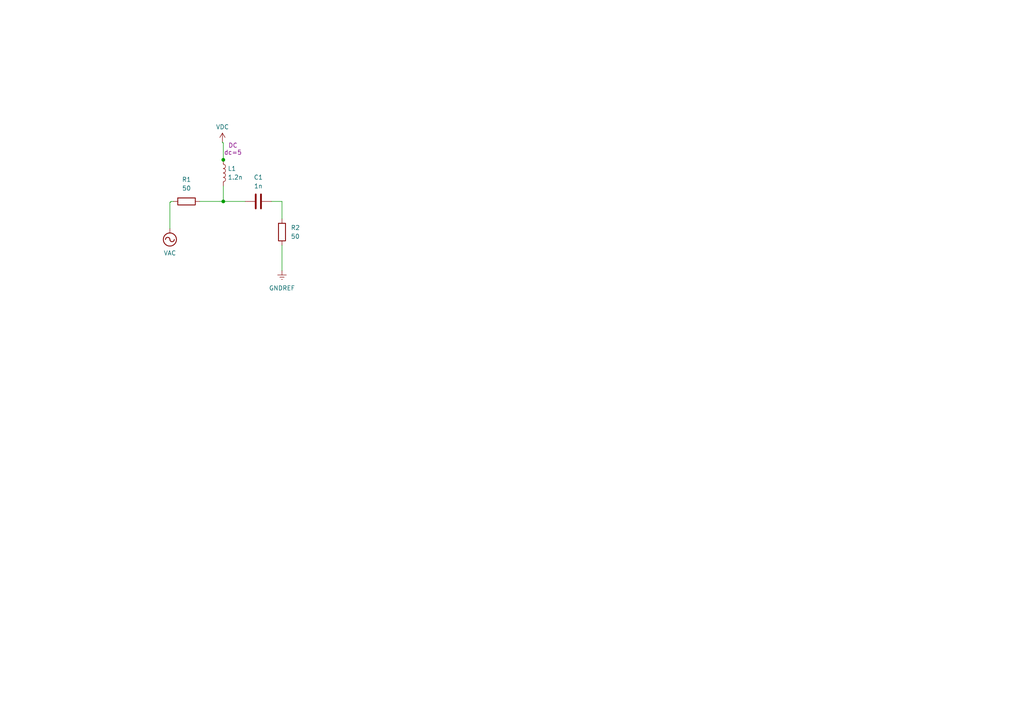
<source format=kicad_sch>
(kicad_sch (version 20230121) (generator eeschema)
  (paper "A4")
  (lib_symbols
    (symbol "Device:C" (pin_numbers hide) (pin_names (offset 0.254))
      (property "Reference" "C" (at 0.635 2.54 0))
      (property "Value" "C" (at 0.635 -2.54 0))
      (symbol "C_0_1"
        (polyline (pts (xy -2.032 -0.762) (xy 2.032 -0.762)) (stroke (width 0.508)))
        (polyline (pts (xy -2.032 0.762) (xy 2.032 0.762)) (stroke (width 0.508)))
      )
      (symbol "C_1_1"
        (pin passive line (at 0 3.81 270) (length 2.794) (name "~") (number "1"))
        (pin passive line (at 0 -3.81 90) (length 2.794) (name "~") (number "2"))
      )
    )
    (symbol "Device:L" (pin_numbers hide) (pin_names (offset 1.016) hide)
      (property "Reference" "L" (at -1.27 0 90))
      (property "Value" "L" (at 1.905 0 90))
      (symbol "L_0_1"
        (arc (start 0 -2.54) (mid 0.6323 -1.905) (end 0 -1.27))
        (arc (start 0 -1.27) (mid 0.6323 -0.635) (end 0 0))
        (arc (start 0 0) (mid 0.6323 0.635) (end 0 1.27))
        (arc (start 0 1.27) (mid 0.6323 1.905) (end 0 2.54))
      )
      (symbol "L_1_1"
        (pin passive line (at 0 3.81 270) (length 1.27) (name "1") (number "1"))
        (pin passive line (at 0 -3.81 90) (length 1.27) (name "2") (number "2"))
      )
    )
    (symbol "Device:R" (pin_numbers hide) (pin_names (offset 0))
      (property "Reference" "R" (at 2.032 0 90))
      (property "Value" "R" (at 0 0 90))
      (symbol "R_0_1"
        (rectangle (start -1.016 -2.54) (end 1.016 2.54) (stroke (width 0.254)))
      )
      (symbol "R_1_1"
        (pin passive line (at 0 3.81 270) (length 1.27) (name "~") (number "1"))
        (pin passive line (at 0 -3.81 90) (length 1.27) (name "~") (number "2"))
      )
    )
    (symbol "power:GNDREF" (power) (pin_names (offset 0))
      (property "Value" "GNDREF" (at 0 -3.81 0))
      (symbol "GNDREF_0_1"
        (polyline (pts (xy -0.635 -1.905) (xy 0.635 -1.905)))
        (polyline (pts (xy -0.127 -2.54) (xy 0.127 -2.54)))
        (polyline (pts (xy 0 -1.27) (xy 0 0)))
        (polyline (pts (xy 1.27 -1.27) (xy -1.27 -1.27)))
      )
      (symbol "GNDREF_1_1"
        (pin power_in line (at 0 0 270) (length 0) hide (name "GNDREF") (number "1"))
      )
    )
    (symbol "power:VAC" (power) (pin_names (offset 0))
      (property "Value" "VAC" (at 0 6.35 0))
      (symbol "VAC_0_1"
        (polyline (pts (xy 0 0) (xy 0 1.27)))
        (arc (start 0 3.175) (mid -0.635 3.8073) (end -1.27 3.175) (stroke (width 0.254)))
        (arc (start 0 3.175) (mid 0.635 2.5427) (end 1.27 3.175) (stroke (width 0.254)))
        (circle (center 0 3.175) (radius 1.905) (stroke (width 0.254)))
      )
      (symbol "VAC_1_1"
        (pin power_in line (at 0 0 90) (length 0) hide (name "VAC") (number "1"))
      )
    )
    (symbol "power:VDC" (power) (pin_names (offset 0))
      (property "Value" "VDC" (at 0 6.35 0))
      (symbol "VDC_0_1"
        (polyline (pts (xy -0.762 1.27) (xy 0 2.54)))
        (polyline (pts (xy 0 0) (xy 0 2.54)))
        (polyline (pts (xy 0 2.54) (xy 0.762 1.27)))
      )
      (symbol "VDC_1_1"
        (pin power_in line (at 0 0 90) (length 0) hide (name "VDC") (number "1"))
      )
    )
  )
  (junction (at 64.77 46.355))
  (junction (at 64.77 58.42))
  (wire (pts (xy 78.74 58.42) (xy 81.788 58.42)))
  (wire (pts (xy 64.77 53.975) (xy 64.77 58.42)))
  (wire (pts (xy 81.788 71.12) (xy 81.788 78.486)))
  (wire (pts (xy 64.516 41.402) (xy 64.77 41.402)))
  (wire (pts (xy 64.77 41.402) (xy 64.77 46.355)))
  (wire (pts (xy 49.53 58.674) (xy 49.53 58.42)))
  (wire (pts (xy 57.912 58.42) (xy 64.77 58.42)))
  (wire (pts (xy 64.516 41.148) (xy 64.516 41.402)))
  (wire (pts (xy 64.77 58.42) (xy 71.12 58.42)))
  (wire (pts (xy 49.276 58.674) (xy 49.53 58.674)))
  (wire (pts (xy 81.788 58.42) (xy 81.788 63.5)))
  (wire (pts (xy 49.53 58.42) (xy 50.292 58.42)))
  (wire (pts (xy 49.276 58.674) (xy 49.276 66.294)))
  (wire (pts (xy 64.77 46.355) (xy 64.77 46.482)))
  (symbol (lib_id "Device:R") (at 54.102 58.42 90) (unit 1)
    (property "Reference" "R1" (at 54.102 52.07 90))
    (property "Value" "50" (at 54.102 54.61 90))
    (property "Sim.Device" "R" (effects hide))
    (property "Sim.Pins" "1=+ 2=-" (effects hide))
  )
  (symbol (lib_id "power:VDC") (at 64.516 41.148 0) (unit 1)
    (property "Reference" "#PWR03" (effects hide))
    (property "Value" "VDC" (at 64.516 36.83 0))
    (property "Sim.Device" "V" (effects hide))
    (property "Sim.Type" "DC" (at 67.564 42.164 0))
    (property "Sim.Pins" "1=+" (effects hide))
    (property "Sim.Params" "dc=5" (at 67.564 44.196 0))
  )
  (symbol (lib_id "Device:L") (at 64.77 50.165 0) (unit 1)
    (property "Reference" "L1" (at 66.04 48.895 0) (effects (justify left)))
    (property "Value" "1.2n" (at 66.04 51.435 0) (effects (justify left)))
    (property "Sim.Device" "L" (effects hide))
    (property "Sim.Pins" "1=+ 2=-" (effects hide))
  )
  (symbol (lib_id "Device:R") (at 81.788 67.31 180) (unit 1)
    (property "Reference" "R2" (at 84.328 66.04 0) (effects (justify right)))
    (property "Value" "50" (at 84.328 68.58 0) (effects (justify right)))
  )
  (symbol (lib_id "power:GNDREF") (at 81.788 78.486 0) (unit 1)
    (property "Reference" "#PWR02" (effects hide))
    (property "Value" "GNDREF" (at 81.788 83.566 0))
  )
  (symbol (lib_id "Device:C") (at 74.93 58.42 90) (unit 1)
    (property "Reference" "C1" (at 74.93 51.435 90))
    (property "Value" "1n" (at 74.93 53.975 90))
    (property "Sim.Device" "C" (effects hide))
    (property "Sim.Pins" "1=+ 2=-" (effects hide))
  )
  (symbol (lib_id "power:VAC") (at 49.276 66.294 180) (unit 1)
    (property "Reference" "#PWR01" (effects hide))
    (property "Value" "VAC" (at 49.276 73.406 0))
    (property "Sim.Device" "V" (effects hide))
    (property "Sim.Type" "SIN" (effects hide))
    (property "Sim.Pins" "1=+" (effects hide))
    (property "Sim.Params" "dc=0 ampl=1 f=868M" (effects hide))
  )
)
</source>
